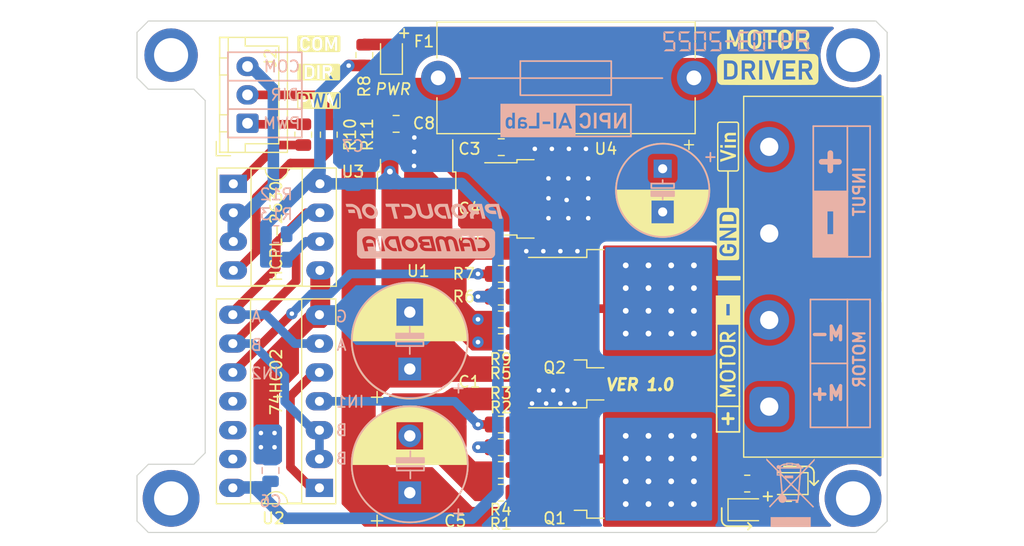
<source format=kicad_pcb>
(kicad_pcb (version 20240108) (generator "pcbnew") (generator_version "8.0")
  (layers (0 "F.Cu" signal) (31 "B.Cu" signal) (34 "B.Paste" user) (35 "F.Paste" user) (36 "B.SilkS" user "B.Silkscreen") (37 "F.SilkS" user "F.Silkscreen") (38 "B.Mask" user) (39 "F.Mask" user) (44 "Edge.Cuts" user))
  (net 0 "")
  (net 1 "VCC")
  (net 2 "GND")
  (net 3 "+5V")
  (net 4 "Net-(D1-Pad2)")
  (net 5 "/PWM")
  (net 6 "/DIR")
  (net 7 "/GND1")
  (net 8 "/M+")
  (net 9 "/M-")
  (net 10 "Net-(Q1-Pad2)")
  (net 11 "Net-(Q1-Pad3)")
  (net 12 "Net-(Q1-Pad5)")
  (net 13 "Net-(Q1-Pad6)")
  (net 14 "Net-(Q2-Pad2)")
  (net 15 "Net-(Q2-Pad3)")
  (net 16 "Net-(Q2-Pad5)")
  (net 17 "Net-(Q2-Pad6)")
  (net 18 "/IN1")
  (net 19 "/IN2")
  (net 20 "Net-(R10-Pad2)")
  (net 21 "Net-(R11-Pad2)")
  (net 22 "/A")
  (net 23 "/B")
  (net 24 "Net-(U2-Pad1)")
  (net 25 "Net-(F1-Pad1)")
  (net 26 "Net-(D2-Pad2)")
  (net 27 "Net-(D3-Pad2)")
  (net 28 "Net-(C4-Pad1)")
  (footprint "my_kicad_silkscreen:motor_driver" (layer "F.Cu") (at 161 89.95)
    (property "Reference" "G***")
    (property "Value" "LOGO" (hide yes))
  )
  (footprint "Package_TO_SOT_SMD:TO-252-2" (layer "F.Cu") (at 130.1 102.5 -90)
    (property "Reference" "U1")
    (property "Value" "LM7805_TO220")
  )
  (footprint "Connector_JST:JST_XH_B3B-XH-A_1x03_P2.50mm_Vertical" (layer "F.Cu") (at 115.225 95.75 90)
    (property "Reference" "J2")
    (property "Value" "Conn_01x03")
  )
  (footprint "Capacitor_THT:CP_Radial_D10.0mm_P5.00mm" (layer "F.Cu") (at 129.5 117.367677 90)
    (property "Reference" "C1")
    (property "Value" "470uF/35V")
  )
  (footprint "MountingHole:MountingHole_2.7mm_M2.5_DIN965_Pad" (layer "F.Cu") (at 108.5 89.75)
    (property "Reference" "REF**")
    (property "Value" "MountingHole_2.7mm_M2.5_DIN965_Pad")
  )
  (footprint "Resistor_SMD:R_0805_2012Metric" (layer "F.Cu") (at 137.525 109)
    (property "Reference" "R7")
    (property "Value" "10k")
  )
  (footprint "Capacitor_SMD:C_0805_2012Metric" (layer "F.Cu") (at 137.55 97.85)
    (property "Reference" "C3")
    (property "Value" "0.1uF")
  )
  (footprint "Package_DIP:DIP-8_W7.62mm_Socket_LongPads" (layer "F.Cu") (at 113.975 101.075)
    (property "Reference" "U3")
    (property "Value" "HCPL-2630")
  )
  (footprint "Resistor_SMD:R_0805_2012Metric" (layer "F.Cu") (at 159.1875 127.45)
    (property "Reference" "R15")
    (property "Value" "4.7k")
  )
  (footprint "MountingHole:MountingHole_2.7mm_M2.5_DIN965_Pad" (layer "F.Cu") (at 108.5 128.75)
    (property "Reference" "REF**")
    (property "Value" "MountingHole_2.7mm_M2.5_DIN965_Pad")
  )
  (footprint "Resistor_SMD:R_0805_2012Metric" (layer "F.Cu") (at 137.525 111)
    (property "Reference" "R6")
    (property "Value" "10k")
  )
  (footprint "Resistor_SMD:R_0805_2012Metric" (layer "F.Cu") (at 137.525 124.25)
    (property "Reference" "R2")
    (property "Value" "10k")
  )
  (footprint "Resistor_SMD:R_0805_2012Metric" (layer "F.Cu") (at 137.525 113)
    (property "Reference" "R5")
    (property "Value" "5.1k")
  )
  (footprint "Capacitor_THT:CP_Radial_D8.0mm_P3.80mm" (layer "F.Cu") (at 151.75 99.747349 -90)
    (property "Reference" "C2")
    (property "Value" "100uF/50V")
  )
  (footprint "Resistor_SMD:R_0805_2012Metric" (layer "F.Cu") (at 137.525 126.25)
    (property "Reference" "R4")
    (property "Value" "5.1k")
  )
  (footprint "Capacitor_SMD:C_0805_2012Metric" (layer "F.Cu") (at 134.75 105.75 -90)
    (property "Reference" "C4")
    (property "Value" "0.1uF")
  )
  (footprint "Resistor_SMD:R_0805_2012Metric" (layer "F.Cu") (at 137.525 115)
    (property "Reference" "R9")
    (property "Value" "1k")
  )
  (footprint "KF7.62_4P:KF7.62_2O" (layer "F.Cu") (at 161.125 116.87 90)
    (property "Reference" "J1")
    (property "Value" "Screw_Terminal_01x04")
  )
  (footprint "MountingHole:MountingHole_2.7mm_M2.5_DIN965_Pad" (layer "F.Cu") (at 168.5 128.75)
    (property "Reference" "REF**")
    (property "Value" "MountingHole_2.7mm_M2.5_DIN965_Pad")
  )
  (footprint "Capacitor_THT:CP_Radial_D10.0mm_P5.00mm" (layer "F.Cu") (at 129.5 128.25 90)
    (property "Reference" "C5")
    (property "Value" "470uF/35V")
  )
  (footprint "Resistor_SMD:R_0805_2012Metric" (layer "F.Cu") (at 137.525 122.25)
    (property "Reference" "R3")
    (property "Value" "10k")
  )
  (footprint "Resistor_SMD:R_0805_2012Metric" (layer "F.Cu") (at 122.375 96.75 -90)
    (property "Reference" "R11")
    (property "Value" "330")
  )
  (footprint "LED_SMD:LED_0805_2012Metric" (layer "F.Cu") (at 162.85 127.45 180)
    (property "Reference" "D3")
    (property "Value" "LED")
  )
  (footprint "Package_TO_SOT_SMD:TO-263-7_TabPin8" (layer "F.Cu") (at 148.025 112.06)
    (property "Reference" "Q2")
    (property "Value" "BTN8982TA")
  )
  (footprint "Resistor_SMD:R_0805_2012Metric" (layer "F.Cu") (at 162.85 129.75)
    (property "Reference" "R14")
    (property "Value" "4.7k")
  )
  (footprint "Resistor_SMD:R_0805_2012Metric" (layer "F.Cu") (at 137.525 128.25)
    (property "Reference" "R1")
    (property "Value" "1k")
  )
  (footprint "Fuse:Fuseholder_Cylinder-5x20mm_Schurter_0031_8201_Horizontal_Open" (layer "F.Cu") (at 154.5 91.75 180)
    (property "Reference" "F1")
    (property "Value" "5A")
  )
  (footprint "Resistor_SMD:R_0805_2012Metric" (layer "F.Cu") (at 125.5 89.75 90)
    (property "Reference" "R8")
    (property "Value" "1k")
  )
  (footprint "MountingHole:MountingHole_2.7mm_M2.5_DIN965_Pad" (layer "F.Cu") (at 168.5 89.75)
    (property "Reference" "REF**")
    (property "Value" "MountingHole_2.7mm_M2.5_DIN965_Pad")
  )
  (footprint "my_kicad_silkscreen:dir_label" (layer "F.Cu") (at 121.5 91.25)
    (property "Reference" "G***")
    (property "Value" "LOGO" (hide yes))
  )
  (footprint "Package_TO_SOT_SMD:TO-263-7_TabPin8" (layer "F.Cu") (at 148.025 125.29)
    (property "Reference" "Q1")
    (property "Value" "BTN8982TA")
  )
  (footprint "LED_SMD:LED_0805_2012Metric" (layer "F.Cu") (at 127.8875 89.75 90)
    (property "Reference" "D1")
    (property "Value" "LED")
  )
  (footprint "Package_TO_SOT_SMD:TO-252-2" (layer "F.Cu") (at 141.4 102.4)
    (property "Reference" "U4")
    (property "Value" "L7812")
  )
  (footprint "Resistor_SMD:R_0805_2012Metric" (layer "F.Cu") (at 120.125 96.75 -90)
    (property "Reference" "R10")
    (property "Value" "330")
  )
  (footprint "my_kicad_silkscreen:gnd_label" (layer "F.Cu") (at 157.5 105.5 90)
    (property "Reference" "G***")
    (property "Value" "LOGO" (hide yes))
  )
  (footprint "my_kicad_silkscreen:pwm_label" (layer "F.Cu") (at 121.5 93.75)
    (property "Reference" "G***")
    (property "Value" "LOGO" (hide yes))
  )
  (footprint "Capacitor_SMD:C_0805_2012Metric" (layer "F.Cu") (at 128.3 95.8)
    (property "Reference" "C8")
    (property "Value" "0.1uF")
  )
  (footprint "Package_DIP:DIP-14_W7.62mm_Socket_LongPads" (layer "F.Cu") (at 121.55 127.83 180)
    (property "Reference" "U2")
    (property "Value" "74HC02")
  )
  (footprint "my_kicad_silkscreen:com_lable" (layer "F.Cu") (at 121.5 88.75)
    (property "Reference" "G***")
    (property "Value" "LOGO" (hide yes))
  )
  (footprint "LED_SMD:LED_0805_2012Metric" (layer "F.Cu") (at 159.1875 129.75)
    (property "Reference" "D2")
    (property "Value" "LED")
  )
  (footprint "my_kicad_silkscreen:Vin_label" (layer "F.Cu") (at 157.5 97.8 90)
    (property "Reference" "G***")
    (property "Value" "LOGO" (hide yes))
  )
  (footprint "Resistor_SMD:R_0805_2012Metric" (layer "B.Cu") (at 117.75 107.75 180)
    (property "Reference" "R13")
    (property "Value" "10k")
  )
  (footprint "my_kicad_silkscreen:date_24_03_22" (layer "B.Cu") (at 158.25 88.5 180)
    (property "Reference" "G***")
    (property "Value" "LOGO" (hide yes))
  )
  (footprint "Symbol:WEEE-Logo_4.2x6mm_SilkScreen" (layer "B.Cu") (at 163 128.25 180)
    (property "Reference" "REF**" (hide yes))
    (property "Value" "WEEE-Logo_4.2x6mm_SilkScreen" (hide yes))
  )
  (footprint "my_kicad_silkscreen:pro_cam_v2" (layer "B.Cu") (at 130.75 105.25 180)
    (property "Reference" "G***")
    (property "Value" "LOGO" (hide yes))
  )
  (footprint "Resistor_SMD:R_0805_2012Metric" (layer "B.Cu") (at 117.75 105.5 180)
    (property "Reference" "R12")
    (property "Value" "10k")
  )
  (footprint "Capacitor_SMD:C_0805_2012Metric" (layer "B.Cu") (at 124.5 100.25 -90)
    (property "Reference" "C7")
    (property "Value" "0.1uF")
  )
  (footprint "my_kicad_silkscreen:npic_ai_lab" (layer "B.Cu") (at 143.25 95.5 180)
    (property "Reference" "G***")
    (property "Value" "LOGO" (hide yes))
  )
  (footprint "Capacitor_SMD:C_0805_2012Metric" (layer "B.Cu") (at 117.25 126.3 90)
    (property "Reference" "C6")
    (property "Value" "0.1uF")
  )
  (gr_line (start 168 111.25) (end 170 111.25) (stroke (width 0.15)) (layer "B.SilkS"))
  (gr_line (start 151.75 102.15) (end 151.75 102.45) (stroke (width 0.15)) (layer "B.SilkS"))
  (gr_line (start 129.5 114.25) (end 129.5 113.65) (stroke (width 0.15)) (layer "B.SilkS"))
  (gr_line (start 164.75 122.5) (end 164.75 111.25) (stroke (width 0.15)) (layer "B.SilkS"))
  (gr_rect (start 128.35 125.2) (end 130.75 125.6) (stroke (width 0.15)) (fill solid) (layer "B.SilkS"))
  (gr_line (start 164.75 111.25) (end 168 111.25) (stroke (width 0.15)) (layer "B.SilkS"))
  (gr_line (start 113.5 97) (end 113.5 89.5) (stroke (width 0.15)) (layer "B.SilkS"))
  (gr_line (start 120 89.5) (end 120 97) (stroke (width 0.15)) (layer "B.SilkS"))
  (gr_line (start 168 96) (end 170 96) (stroke (width 0.15)) (layer "B.SilkS"))
  (gr_line (start 151.75 101.05) (end 151.75 100.75) (stroke (width 0.15)) (layer "B.SilkS"))
  (gr_rect (start 139.225 90.275) (end 147.225 93.275) (stroke (width 0.15)) (fill none) (layer "B.SilkS"))
  (gr_line (start 113.5 92) (end 120 92) (stroke (width 0.15)) (layer "B.SilkS"))
  (gr_rect (start 128.3 114.25) (end 130.7 114.65) (stroke (width 0.15)) (fill solid) (layer "B.SilkS"))
  (gr_circle (center 129.5 125.75) (end 129.5 130.85) (stroke (width 0.15)) (fill none) (layer "B.SilkS"))
  (gr_line (start 170 107.5) (end 168 107.5) (stroke (width 0.15)) (layer "B.SilkS"))
  (gr_line (start 168 107.5) (end 165 107.5) (stroke (width 0.15)) (layer "B.SilkS"))
  (gr_line (start 165 96) (end 168 96) (stroke (width 0.15)) (layer "B.SilkS"))
  (gr_circle (center 129.5 114.85) (end 133.1 118.45) (stroke (width 0.15)) (fill none) (layer "B.SilkS"))
  (gr_line (start 165 101.75) (end 168 101.75) (stroke (width 0.15)) (layer "B.SilkS"))
  (gr_rect (start 150.75 101.75) (end 152.75 102.15) (stroke (width 0.15)) (fill solid) (layer "B.SilkS"))
  (gr_line (start 120 97) (end 113.5 97) (stroke (width 0.15)) (layer "B.SilkS"))
  (gr_line (start 170 111.25) (end 170 122.5) (stroke (width 0.15)) (layer "B.SilkS"))
  (gr_line (start 164.75 116.875) (end 168 116.875) (stroke (width 0.15)) (layer "B.SilkS"))
  (gr_line (start 168 96) (end 168 107.5) (stroke (width 0.15)) (layer "B.SilkS"))
  (gr_line (start 129.55 125.2) (end 129.55 124.6) (stroke (width 0.15)) (layer "B.SilkS"))
  (gr_line (start 168 111.25) (end 168 122.5) (stroke (width 0.15)) (layer "B.SilkS"))
  (gr_line (start 170 122.5) (end 168 122.5) (stroke (width 0.15)) (layer "B.SilkS"))
  (gr_line (start 165 107.5) (end 165 96) (stroke (width 0.15)) (layer "B.SilkS"))
  (gr_line (start 151.725 91.775) (end 134.725 91.775) (stroke (width 0.15)) (layer "B.SilkS"))
  (gr_rect (start 128.35 125.9) (end 130.75 126.3) (stroke (width 0.15)) (fill none) (layer "B.SilkS"))
  (gr_rect (start 150.75 101.05) (end 152.75 101.45) (stroke (width 0.15)) (fill none) (layer "B.SilkS"))
  (gr_line (start 129.5 115.35) (end 129.5 116.05) (stroke (width 0.15)) (layer "B.SilkS"))
  (gr_circle (center 151.75 101.65) (end 151.75 105.75) (stroke (width 0.15)) (fill none) (layer "B.SilkS"))
  (gr_line (start 170 96) (end 170 107.5) (stroke (width 0.15)) (layer "B.SilkS"))
  (gr_line (start 120 92) (end 120 94.5) (stroke (width 0.15)) (layer "B.SilkS"))
  (gr_line (start 120 94.5) (end 113.5 94.5) (stroke (width 0.15)) (layer "B.SilkS"))
  (gr_rect (start 128.3 114.95) (end 130.7 115.35) (stroke (width 0.15)) (fill none) (layer "B.SilkS"))
  (gr_line (start 113.5 89.5) (end 120 89.5) (stroke (width 0.15)) (layer "B.SilkS"))
  (gr_line (start 129.55 126.3) (end 129.55 127) (stroke (width 0.15)) (layer "B.SilkS"))
  (gr_line (start 168 122.5) (end 164.75 122.5) (stroke (width 0.15)) (layer "B.SilkS"))
  (gr_line (start 156.5 122.9) (end 158.5 122.9) (stroke (width 0.15)) (layer "F.SilkS"))
  (gr_line (start 165.060719 126.48801) (end 165.060719 127.58801) (stroke (width 0.15)) (layer "F.SilkS"))
  (gr_rect (start 156.525 109.25) (end 158.525 109.5) (stroke (width 0.15)) (fill solid) (layer "F.SilkS"))
  (gr_line (start 165.060719 127.58801) (end 165.448729 127.2) (stroke (width 0.15)) (layer "F.SilkS"))
  (gr_line (start 158.5 120.65) (end 156.5 120.65) (stroke (width 0.15)) (layer "F.SilkS"))
  (gr_line (start 159.55 131.197718) (end 157.45 131.197718) (stroke (width 0.15)) (layer "F.SilkS"))
  (gr_arc (start 157.5 131.2) (mid 157.11199 131.039281) (end 156.951271 130.651271) (stroke (width 0.15)) (layer "F.SilkS"))
  (gr_line (start 156.5 120.65) (end 156.5 113.4) (stroke (width 0.15)) (layer "F.SilkS"))
  (gr_line (start 158.5 122.9) (end 158.5 120.65) (stroke (width 0.15)) (layer "F.SilkS"))
  (gr_line (start 159.55 131.197718) (end 159.25 130.897718) (stroke (width 0.15)) (layer "F.SilkS"))
  (gr_line (start 157.5 100) (end 157.5 103.3) (stroke (width 0.15)) (layer "F.SilkS"))
  (gr_line (start 156.5 113.4) (end 158.5 113.4) (stroke (width 0.15)) (layer "F.SilkS"))
  (gr_line (start 156.5 120.65) (end 156.5 122.9) (stroke (width 0.15)) (layer "F.SilkS"))
  (gr_line (start 159.55 131.197718) (end 159.25 131.497718) (stroke (width 0.15)) (layer "F.SilkS"))
  (gr_arc (start 164.51199 125.939281) (mid 164.9 126.1) (end 165.060719 126.48801) (stroke (width 0.15)) (layer "F.SilkS"))
  (gr_line (start 165.060719 127.58801) (end 164.7 127.227291) (stroke (width 0.15)) (layer "F.SilkS"))
  (gr_line (start 158.5 113.4) (end 158.5 120.65) (stroke (width 0.15)) (layer "F.SilkS"))
  (gr_line (start 164.51199 125.939281) (end 162.41199 125.939281) (stroke (width 0.15)) (layer "F.SilkS"))
  (gr_line (start 156.946447 129.597718) (end 156.946447 130.697718) (stroke (width 0.15)) (layer "F.SilkS"))
  (gr_line (start 110.5 92.75) (end 111.5 93.75) (stroke (width 0.1)) (layer "Edge.Cuts"))
  (gr_line (start 105.5 91.75) (end 105.5 87.75) (stroke (width 0.1)) (layer "Edge.Cuts"))
  (gr_line (start 106.5 86.75) (end 105.5 87.75) (stroke (width 0.1)) (layer "Edge.Cuts"))
  (gr_line (start 105.5 130.75) (end 105.5 126.75) (stroke (width 0.1)) (layer "Edge.Cuts"))
  (gr_line (start 170.5 131.75) (end 171.5 130.75) (stroke (width 0.1)) (layer "Edge.Cuts"))
  (gr_line (start 110.5 125.75) (end 111.5 124.75) (stroke (width 0.1)) (layer "Edge.Cuts"))
  (gr_line (start 170.5 131.75) (end 106.5 131.75) (stroke (width 0.1)) (layer "Edge.Cuts"))
  (gr_line (start 171.5 87.75) (end 171.5 130.75) (stroke (width 0.1)) (layer "Edge.Cuts"))
  (gr_line (start 105.5 126.75) (end 106.5 125.75) (stroke (width 0.1)) (layer "Edge.Cuts"))
  (gr_line (start 105.5 130.75) (end 106.5 131.75) (stroke (width 0.1)) (layer "Edge.Cuts"))
  (gr_line (start 106.5 86.75) (end 170.5 86.75) (stroke (width 0.1)) (layer "Edge.Cuts"))
  (gr_line (start 105.5 91.75) (end 106.5 92.75) (stroke (width 0.1)) (layer "Edge.Cuts"))
  (gr_line (start 106.5 125.75) (end 110.5 125.75) (stroke (width 0.1)) (layer "Edge.Cuts"))
  (gr_line (start 111.5 124.75) (end 111.5 93.75) (stroke (width 0.1)) (layer "Edge.Cuts"))
  (gr_line (start 110.5 92.75) (end 106.5 92.75) (stroke (width 0.1)) (layer "Edge.Cuts"))
  (gr_line (start 170.5 86.75) (end 171.5 87.75) (stroke (width 0.1)) (layer "Edge.Cuts"))
  (gr_text "DIR" (at 118.5 93.25 0) (layer "B.SilkS") (effects (font (size 1 1)) (justify mirror)))
  (gr_text "B" (at 123.5 125.25 0) (layer "B.SilkS") (effects (font (size 1 1)) (justify mirror)))
  (gr_text "+" (at 133.786291 119 0) (layer "B.SilkS") (effects (font (size 1 1)) (justify mirror)))
  (gr_text "PWM" (at 118.231451 95.75 0) (layer "B.SilkS") (effects (font (size 1 1)) (justify mirror)))
  (gr_text "B" (at 123.5 122.75 0) (layer "B.SilkS") (effects (font (size 1 1)) (justify mirror)))
  (gr_text "B" (at 116 115.25 0) (layer "B.SilkS") (effects (font (size 1 1)) (justify mirror)))
  (gr_text "COM" (at 118.25 90.75 0) (layer "B.SilkS") (effects (font (size 1 1)) (justify mirror)))
  (gr_text "G" (at 123.5 112.75 0) (layer "B.SilkS") (effects (font (size 1 1)) (justify mirror)))
  (gr_text "M+" (at 166.25 119.5 0) (layer "B.SilkS") (effects (font (size 1.2 1.2) (thickness 0.3)) (justify mirror)))
  (gr_text "INPUT" (at 169.05 101.75 90) (layer "B.SilkS") (effects (font (size 1 1) (thickness 0.2)) (justify mirror)))
  (gr_text "MOTOR" (at 169.05 116.5 90) (layer "B.SilkS") (effects (font (size 1 1) (thickness 0.2)) (justify mirror)))
  (gr_text "+" (at 155.95 98.65 0) (layer "B.SilkS") (effects (font (size 1 1)) (justify mirror)))
  (gr_text "+" (at 133.775 130 0) (layer "B.SilkS") (effects (font (size 1 1)) (justify mirror)))
  (gr_text "A" (at 123.5 115.25 0) (layer "B.SilkS") (effects (font (size 1 1)) (justify mirror)))
  (gr_text "IN2" (at 116.75 117.75 0) (layer "B.SilkS") (effects (font (size 1 1)) (justify mirror)))
  (gr_text "M-" (at 166.25 114.25 0) (layer "B.SilkS") (effects (font (size 1.2 1.2) (thickness 0.3)) (justify mirror)))
  (gr_text "IN1" (at 124.25 120.25 0) (layer "B.SilkS") (effects (font (size 1 1)) (justify mirror)))
  (gr_text "+" (at 166.5 99 0) (layer "B.SilkS") (effects (font (size 2 2) (thickness 0.5)) (justify mirror)))
  (gr_text "A" (at 116 112.75 0) (layer "B.SilkS") (effects (font (size 1 1)) (justify mirror)))
  (gr_text "VER 1.0" (at 149.75 118.75 0) (layer "F.SilkS") (effects (font (size 1 1) (thickness 0.25) (italic yes))))
  (gr_text "MOTOR" (at 157.525 116.975 90) (layer "F.SilkS") (effects (font (size 1.2 1.2) (thickness 0.2))))
  (gr_text "PWR" (at 128 92.75 0) (layer "F.SilkS") (effects (font (size 1 1) (thickness 0.15) (italic yes))))
  (gr_text "+" (at 161 128.5 0) (layer "F.SilkS") (effects (font (size 1 1))))
  (gr_text "+" (at 157.5 121.65 0) (layer "F.SilkS") (effects (font (size 1.2 1.2) (thickness 0.25))))
  (gr_text "+" (at 129 87.75 0) (layer "F.SilkS") (effects (font (size 1 1))))
  (segment (start 121.285 112.59) (end 121.55 112.59) (width 1.016) (layer "F.Cu") (net 2))
  (segment (start 121.595 112.545) (end 121.55 112.59) (width 1.27) (layer "F.Cu") (net 2))
  (via (at 141.25 107) (size 1) (drill 0.4) (layers "F.Cu" "B.Cu") (net 2))
  (via (at 142.125 119.25) (size 1) (drill 0.4) (layers "F.Cu" "B.Cu") (net 2))
  (via (at 142.75 120.4) (size 1) (drill 0.4) (layers "F.Cu" "B.Cu") (net 2))
  (via (at 129.9 97) (size 1) (drill 0.4) (layers "F.Cu" "B.Cu") (net 2))
  (via (at 117.6 123) (size 1) (drill 0.4) (layers "F.Cu" "B.Cu") (net 2))
  (via (at 116.4 124.25) (size 1) (drill 0.4) (layers "F.Cu" "B.Cu") (net 2))
  (via (at 141.7 100.6) (size 1) (drill 0.4) (layers "F.Cu" "B.Cu") (net 2))
  (via (at 145 98) (size 1) (drill 0.4) (layers "F.Cu" "B.Cu") (net 2))
  (via (at 145.2 100.6) (size 1) (drill 0.4) (layers "F.Cu" "B.Cu") (net 2))
  (via (at 135.5 113) (size 1) (drill 0.4) (layers "F.Cu" "B.Cu") (net 2))
  (via (at 116.4 123) (size 1) (drill 0.4) (layers "F.Cu" "B.Cu") (net 2))
  (via (at 145.2 102.35) (size 1) (drill 0.4) (layers "F.Cu" "B.Cu") (net 2))
  (via (at 139.75 107) (size 1) (drill 0.4) (layers "F.Cu" "B.Cu") (net 2))
  (via (at 144 120.4) (size 1) (drill 0.4) (layers "F.Cu" "B.Cu") (net 2))
  (via (at 129.875581 99.5) (size 1) (drill 0.4) (layers "F.Cu" "B.Cu") (net 2))
  (via (at 143.375 119.25) (size 1) (drill 0.4) (layers "F.Cu" "B.Cu") (net 2))
  (via (at 145.2 104.1) (size 1) (drill 0.4) (layers "F.Cu" "B.Cu") (net 2))
  (via (at 143.3 102.5) (size 1) (drill 0.4) (layers "F.Cu" "B.Cu") (net 2))
  (via (at 144.25 107) (size 1) (drill 0.4) (layers "F.Cu" "B.Cu") (net 2))
  (via (at 141.7 104.1) (size 1) (drill 0.4) (layers "F.Cu" "B.Cu") (net 2))
  (via (at 143.5 98) (size 1) (drill 0.4) (layers "F.Cu" "B.Cu") (net 2))
  (via (at 140.25 120.4) (size 1) (drill 0.4) (layers "F.Cu" "B.Cu") (net 2))
  (via (at 135.5 115) (size 1) (drill 0.4) (layers "F.Cu" "B.Cu") (net 2))
  (via (at 117.6 124.25) (size 1) (drill 0.4) (layers "F.Cu" "B.Cu") (net 2))
  (via (at 143.45 100.6) (size 1) (drill 0.4) (layers "F.Cu" "B.Cu") (net 2))
  (via (at 129.882558 98.25) (size 1) (drill 0.4) (layers "F.Cu" "B.Cu") (net 2))
  (via (at 142 98) (size 1) (drill 0.4) (layers "F.Cu" "B.Cu") (net 2))
  (via (at 142.75 107) (size 1) (drill 0.4) (layers "F.Cu" "B.Cu") (net 2))
  (via (at 143.45 104.1) (size 1) (drill 0.4) (layers "F.Cu" "B.Cu") (net 2))
  (via (at 141.7 102.35) (size 1) (drill 0.4) (layers "F.Cu" "B.Cu") (net 2))
  (via (at 140.875 119.25) (size 1) (drill 0.4) (layers "F.Cu" "B.Cu") (net 2))
  (via (at 140.5 98) (size 1) (drill 0.4) (layers "F.Cu" "B.Cu") (net 2))
  (via (at 141.5 120.4) (size 1) (drill 0.4) (layers "F.Cu" "B.Cu") (net 2))
  (segment (start 136.6125 111) (end 135.5 111) (width 1.016) (layer "F.Cu") (net 3))
  (segment (start 124.1375 90.6625) (end 124.125 90.675) (width 1.016) (layer "F.Cu") (net 3))
  (segment (start 125.5 90.6625) (end 124.1375 90.6625) (width 1.016) (layer "F.Cu") (net 3))
  (segment (start 136.6125 124.25) (end 135.5 124.25) (width 1.016) (layer "F.Cu") (net 3))
  (via (at 135.5 124.25) (size 1) (drill 0.4) (layers "F.Cu" "B.Cu") (net 3))
  (via (at 135.5 111) (size 1) (drill 0.4) (layers "F.Cu" "B.Cu") (net 3))
  (via (at 124.125 90.675) (size 1) (drill 0.4) (layers "F.Cu" "B.Cu") (net 3))
  (via (at 127.75 100) (size 1.016) (drill 0.508) (layers "F.Cu" "B.Cu") (net 3))
  (segment (start 137.25 122.5) (end 137.25 123.5) (width 1.016) (layer "B.Cu") (net 3))
  (segment (start 119.375 102.125) (end 121.595 99.905) (width 1.016) (layer "B.Cu") (net 3))
  (segment (start 121.595 101.075) (end 121.595 99.345) (width 1.016) (layer "B.Cu") (net 3))
  (segment (start 113.93 127.83) (end 115.83 127.83) (width 1.016) (layer "B.Cu") (net 3))
  (segment (start 124.975 101.075) (end 125 101.05) (width 1.016) (layer "B.Cu") (net 3))
  (segment (start 125 101.05) (end 126.95 101.05) (width 1.016) (layer "B.Cu") (net 3))
  (segment (start 137.25 112.25) (end 137.25 122.5) (width 1.016) (layer "B.Cu") (net 3))
  (segment (start 116.8375 105.5) (end 116.8375 104.6625) (width 1.016) (layer "B.Cu") (net 3))
  (segment (start 121.595 93.205) (end 124.125 90.675) (width 1.016) (layer "B.Cu") (net 3))
  (segment (start 128.55 101.05) (end 134.05 101.05) (width 1.016) (layer "B.Cu") (net 3))
  (segment (start 121.62 101.05) (end 121.595 101.075) (width 1.016) (layer "B.Cu") (net 3))
  (segment (start 137.25 112.25) (end 137.25 111.75) (width 1.016) (layer "B.Cu") (net 3))
  (segment (start 137.25 128.20768) (end 134.95768 130.5) (width 1.016) (layer "B.Cu") (net 3))
  (segment (start 116.8375 104.6625) (end 119.375 102.125) (width 1.016) (layer "B.Cu") (net 3))
  (segment (start 137.25 125.25) (end 137.25 125) (width 1.016) (layer "B.Cu") (net 3))
  (segment (start 137.25 123.5) (end 136.5 124.25) (width 1.016) (layer "B.Cu") (net 3))
  (segment (start 135.5 111) (end 136.5 111) (width 1.016) (layer "B.Cu") (net 3))
  (segment (start 128.55 101.05) (end 127.75 100.25) (width 1.016) (layer "B.Cu") (net 3))
  (segment (start 121.595 99.345) (end 121.595 93.205) (width 1.016) (layer "B.Cu") (net 3))
  (segment (start 134.95768 130.5) (end 118.5 130.5) (width 1.016) (layer "B.Cu") (net 3))
  (segment (start 120.425 101.075) (end 121.595 101.075) (width 1.016) (layer "B.Cu") (net 3))
  (segment (start 116.8 127.75) (end 114.01 127.75) (width 1.016) (layer "B.Cu") (net 3))
  (segment (start 137 124.25) (end 137.25 124.5) (width 1.016) (layer "B.Cu") (net 3))
  (segment (start 127.75 100.25) (end 126.95 101.05) (width 1.016) (layer "B.Cu") (net 3))
  (segment (start 114.01 127.75) (end 113.93 127.83) (width 1.016) (layer "B.Cu") (net 3))
  (segment (start 136.5 111) (end 137 111) (width 1.016) (layer "B.Cu") (net 3))
  (segment (start 137 111) (end 137.25 111.25) (width 1.016) (layer "B.Cu") (net 3))
  (segment (start 137.25 110.25) (end 136.5 111) (width 1.016) (layer "B.Cu") (net 3))
  (segment (start 137.25 124.5) (end 137.25 125.25) (width 1.016) (layer "B.Cu") (net 3))
  (segment (start 115.91 127.75) (end 115.83 127.83) (width 1.016) (layer "B.Cu") (net 3))
  (segment (start 135.5 124.25) (end 136.5 124.25) (width 1.016) (layer "B.Cu") (net 3))
  (segment (start 137.25 110) (end 137.25 110.25) (width 1.016) (layer "B.Cu") (net 3))
  (segment (start 115.83 127.83) (end 116.8 128.8) (width 1.016) (layer "B.Cu") (net 3))
  (segment (start 127.8 101.05) (end 128.55 101.05) (width 1.016) (layer "B.Cu") (net 3))
  (segment (start 121.595 101.075) (end 124.975 101.075) (width 1.016) (layer "B.Cu") (net 3))
  (segment (start 127.75 100) (end 127.75 100.25) (width 1.016) (layer "B.Cu") (net 3))
  (segment (start 137.25 123.5) (end 137.25 124.5) (width 1.016) (layer "B.Cu") (net 3))
  (segment (start 119.375 102.125) (end 120.425 101.075) (width 1.016) (layer "B.Cu") (net 3))
  (segment (start 137.25 125.25) (end 137.25 128.20768) (width 1.016) (layer "B.Cu") (net 3))
  (segment (start 118.5 130.5) (end 116.8 128.8) (width 1.016) (layer "B.Cu") (net 3))
  (segment (start 116.8375 107.75) (end 116.8375 105.5) (width 1.016) (layer "B.Cu") (net 3))
  (segment (start 127.75 100) (end 127.75 101) (width 1.016) (layer "B.Cu") (net 3))
  (segment (start 127.75 101) (end 127.8 101.05) (width 1.016) (layer "B.Cu") (net 3))
  (segment (start 116.8 127.75) (end 116.8 128.8) (width 1.016) (layer "B.Cu") (net 3))
  (segment (start 137.25 111.75) (end 136.5 111) (width 1.016) (layer "B.Cu") (net 3))
  (segment (start 137.25 104.25) (end 137.25 110.25) (width 1.016) (layer "B.Cu") (net 3))
  (segment (start 137.25 110) (end 137.25 111.25) (width 1.016) (layer "B.Cu") (net 3))
  (segment (start 137.25 111.25) (end 137.25 112.25) (width 1.016) (layer "B.Cu") (net 3))
  (segment (start 136.5 124.25) (end 137 124.25) (width 1.016) (layer "B.Cu") (net 3))
  (segment (start 121.595 99.905) (end 121.595 99.345) (width 1.016) (layer "B.Cu") (net 3))
  (segment (start 116.8 127.75) (end 115.91 127.75) (width 1.016) (layer "B.Cu") (net 3))
  (segment (start 134.05 101.05) (end 137.25 104.25) (width 1.016) (layer "B.Cu") (net 3))
  (segment (start 126.95 101.05) (end 127.8 101.05) (width 1.016) (layer "B.Cu") (net 3))
  (segment (start 137.25 125) (end 136.5 124.25) (width 1.016) (layer "B.Cu") (net 3))
  (segment (start 125.525 88.8125) (end 125.5 88.8375) (width 1.016) (layer "F.Cu") (net 4))
  (segment (start 127.8875 88.8125) (end 125.525 88.8125) (width 1.016) (layer "F.Cu") (net 4))
  (segment (start 115.3125 95.8375) (end 115.225 95.75) (width 0.762) (layer "F.Cu") (net 5))
  (segment (start 120.125 95.8375) (end 115.3125 95.8375) (width 0.762) (layer "F.Cu") (net 5))
  (segment (start 122.375 94.5) (end 121.125 93.25) (width 0.762) (layer "F.Cu") (net 6))
  (segment (start 121.125 93.25) (end 115.225 93.25) (width 0.762) (layer "F.Cu") (net 6))
  (segment (start 122.375 95.8375) (end 122.375 94.5) (width 0.762) (layer "F.Cu") (net 6))
  (segment (start 113.975 103.615) (end 115.135 103.615) (width 1.016) (layer "B.Cu") (net 7))
  (segment (start 115.135 103.615) (end 116 102.75) (width 1.016) (layer "B.Cu") (net 7))
  (segment (start 113.975 104.775) (end 113.975 104.975) (width 1.016) (layer "B.Cu") (net 7))
  (segment (start 117.5 92.75) (end 115.5 90.75) (width 1.016) (layer "B.Cu") (net 7))
  (segment (start 115.5 90.75) (end 115.225 90.75) (width 1.016) (layer "B.Cu") (net 7))
  (segment (start 117.5 101.25) (end 117.5 92.75) (width 1.016) (layer "B.Cu") (net 7))
  (segment (start 113.975 104.975) (end 113.975 103.615) (width 1.016) (layer "B.Cu") (net 7))
  (segment (start 116 102.75) (end 117.5 101.25) (width 1.016) (layer "B.Cu") (net 7))
  (segment (start 116 102.75) (end 113.975 104.775) (width 1.016) (layer "B.Cu") (net 7))
  (segment (start 113.975 106.155) (end 113.975 104.975) (width 1.016) (layer "B.Cu") (net 7))
  (segment (start 142.25 125.29) (end 151.4 125.29) (width 0.762) (layer "F.Cu") (net 8))
  (via (at 150.499596 123.25) (size 1.016) (drill 0.508) (layers "F.Cu" "B.Cu") (net 8))
  (via (at 154.499596 123.25) (size 1.016) (drill 0.508) (layers "F.Cu" "B.Cu") (net 8))
  (via (at 154.499596 129.25) (size 1.016) (drill 0.508) (layers "F.Cu" "B.Cu") (net 8))
  (via (at 148.499596 123.25) (size 1.016) (drill 0.508) (layers "F.Cu" "B.Cu") (net 8))
  (via (at 148.499596 129.25) (size 1.016) (drill 0.508) (layers "F.Cu" "B.Cu") (net 8))
  (via (at 152.499596 127.25) (size 1.016) (drill 0.508) (layers "F.Cu" "B.Cu") (net 8))
  (via (at 154.499596 127.25) (size 1.016) (drill 0.508) (layers "F.Cu" "B.Cu") (net 8))
  (via (at 150.499596 125.25) (size 1.016) (drill 0.508) (layers "F.Cu" "B.Cu") (net 8))
  (via (at 148.499596 125.25) (size 1.016) (drill 0.508) (layers "F.Cu" "B.Cu") (net 8))
  (via (at 154.499596 125.25) (size 1.016) (drill 0.508) (layers "F.Cu" "B.Cu") (net 8))
  (via (at 152.499596 123.25) (size 1.016) (drill 0.508) (layers "F.Cu" "B.Cu") (net 8))
  (via (at 150.499596 129.25) (size 1.016) (drill 0.508) (layers "F.Cu" "B.Cu") (net 8))
  (via (at 152.499596 129.25) (size 1.016) (drill 0.508) (layers "F.Cu" "B.Cu") (net 8))
  (via (at 150.499596 127.25) (size 1.016) (drill 0.508) (layers "F.Cu" "B.Cu") (net 8))
  (via (at 148.499596 127.25) (size 1.016) (drill 0.508) (layers "F.Cu" "B.Cu") (net 8))
  (via (at 152.499596 125.25) (size 1.016) (drill 0.508) (layers "F.Cu" "B.Cu") (net 8))
  (segment (start 142.25 112.06) (end 151.4 112.06) (width 0.762) (layer "F.Cu") (net 9))
  (segment (start 160.125 112.06) (end 161.125 113.06) (width 1.016) (layer "F.Cu") (net 9))
  (via (at 152.5 114.25) (size 1.016) (drill 0.508) (layers "F.Cu" "B.Cu") (net 9))
  (via (at 150.5 114.25) (size 1.016) (drill 0.508) (layers "F.Cu" "B.Cu") (net 9))
  (via (at 148.5 110.25) (size 1.016) (drill 0.508) (layers "F.Cu" "B.Cu") (net 9))
  (via (at 154.5 114.25) (size 1.016) (drill 0.508) (layers "F.Cu" "B.Cu") (net 9))
  (via (at 150.5 112.25) (size 1.016) (drill 0.508) (layers "F.Cu" "B.Cu") (net 9))
  (via (at 154.5 112.25) (size 1.016) (drill 0.508) (layers "F.Cu" "B.Cu") (net 9))
  (via (at 148.5 112.25) (size 1.016) (drill 0.508) (layers "F.Cu" "B.Cu") (net 9))
  (via (at 152.5 112.25) (size 1.016) (drill 0.508) (layers "F.Cu" "B.Cu") (net 9))
  (via (at 150.5 108.25) (size 1.016) (drill 0.508) (layers "F.Cu" "B.Cu") (net 9))
  (via (at 150.5 110.25) (size 1.016) (drill 0.508) (layers "F.Cu" "B.Cu") (net 9))
  (via (at 152.5 110.25) (size 1.016) (drill 0.508) (layers "F.Cu" "B.Cu") (net 9))
  (via (at 148.5 108.25) (size 1.016) (drill 0.508) (layers "F.Cu" "B.Cu") (net 9))
  (via (at 152.5 108.25) (size 1.016) (drill 0.508) (layers "F.Cu" "B.Cu") (net 9))
  (via (at 154.5 110.25) (size 1.016) (drill 0.508) (layers "F.Cu" "B.Cu") (net 9))
  (via (at 148.5 114.25) (size 1.016) (drill 0.508) (layers "F.Cu" "B.Cu") (net 9))
  (via (at 154.5 108.25) (size 1.016) (drill 0.508) (layers "F.Cu" "B.Cu") (net 9))
  (segment (start 138.9375 122.75) (end 138.4375 122.25) (width 0.762) (layer "F.Cu") (net 10))
  (segment (start 142.25 122.75) (end 138.9375 122.75) (width 0.762) (layer "F.Cu") (net 10))
  (segment (start 138.6675 124.02) (end 138.4375 124.25) (width 0.762) (layer "F.Cu") (net 11))
  (segment (start 142.25 124.02) (end 138.6675 124.02) (width 0.762) (layer "F.Cu") (net 11))
  (segment (start 138.7475 126.56) (end 138.4375 126.25) (width 0.762) (layer "F.Cu") (net 12))
  (segment (start 142.25 126.56) (end 138.7475 126.56) (width 0.762) (layer "F.Cu") (net 12))
  (segment (start 142.25 127.83) (end 138.8575 127.83) (width 0.762) (layer "F.Cu") (net 13))
  (segment (start 138.8575 127.83) (end 138.4375 128.25) (width 0.762) (layer "F.Cu") (net 13))
  (segment (start 142.25 109.52) (end 138.9575 109.52) (width 0.762) (layer "F.Cu") (net 14))
  (segment (start 138.9575 109.52) (end 138.4375 109) (width 0.762) (layer "F.Cu") (net 14))
  (segment (start 142.25 110.79) (end 138.6475 110.79) (width 0.762) (layer "F.Cu") (net 15))
  (segment (start 138.6475 110.79) (end 138.4375 111) (width 0.762) (layer "F.Cu") (net 15))
  (segment (start 142.25 113.33) (end 138.7675 113.33) (width 0.762) (layer "F.Cu") (net 16))
  (segment (start 138.7675 113.33) (end 138.4375 113) (width 0.762) (layer "F.Cu") (net 16))
  (segment (start 138.8375 114.6) (end 138.4375 115) (width 0.762) (layer "F.Cu") (net 17))
  (segment (start 142.25 114.6) (end 138.8375 114.6) (width 0.762) (layer "F.Cu") (net 17))
  (segment (start 135.5 122.25) (end 136.6125 122.25) (width 0.762) (layer "F.Cu") (net 18))
  (via (at 135.5 122.25) (size 1) (drill 0.4) (layers "F.Cu" "B.Cu") (net 18))
  (segment (start 121.55 120.21) (end 133.46 120.21) (width 0.762) (layer "B.Cu") (net 18))
  (segment (start 133.46 120.21) (end 135.5 122.25) (width 0.762) (layer "B.Cu") (net 18))
  (segment (start 119.125 112.5) (end 113.955 117.67) (width 0.762) (layer "F.Cu") (net 19))
  (segment (start 136.6125 109) (end 135.5 109) (width 0.762) (layer "F.Cu") (net 19))
  (segment (start 113.93 117.67) (end 113.955 117.67) (width 0.762) (layer "F.Cu") (net 19))
  (via (at 135.5 109) (size 1) (drill 0.4) (layers "F.Cu" "B.Cu") (net 19))
  (via (at 119.125 112.5) (size 1) (drill 0.4) (layers "F.Cu" "B.Cu") (net 19))
  (segment (start 120.85 110.75) (end 122.5 110.75) (width 0.762) (layer "B.Cu") (net 19))
  (segment (start 122.5 110.75) (end 124.25 109) (width 0.762) (layer "B.Cu") (net 19))
  (segment (start 124.25 109) (end 135.5 109) (width 0.762) (layer "B.Cu") (net 19))
  (segment (start 119.125 112.475) (end 120.85 110.75) (width 0.762) (layer "B.Cu") (net 19))
  (segment (start 119.125 112.5) (end 119.125 112.475) (width 0.762) (layer "B.Cu") (net 19))
  (segment (start 114.425 101.075) (end 113.975 101.075) (width 0.762) (layer "F.Cu") (net 20))
  (segment (start 117.8375 97.6625) (end 114.425 101.075) (width 0.762) (layer "F.Cu") (net 20))
  (segment (start 120.125 97.6625) (end 117.8375 97.6625) (width 0.762) (layer "F.Cu") (net 20))
  (segment (start 114.305 108.695) (end 113.975 108.695) (width 0.762) (layer "F.Cu") (net 21))
  (segment (start 116 107) (end 114.305 108.695) (width 0.762) (layer "F.Cu") (net 21))
  (segment (start 116 102.25) (end 116 107) (width 0.762) (layer "F.Cu") (net 21))
  (segment (start 121.375 99.25) (end 119 99.25) (width 0.762) (layer "F.Cu") (net 21))
  (segment (start 119 99.25) (end 116 102.25) (width 0.762) (layer "F.Cu") (net 21))
  (segment (start 122.375 98.25) (end 121.375 99.25) (width 0.762) (layer "F.Cu") (net 21))
  (segment (start 113.93 112.59) (end 113.93 112.32) (width 0.762) (layer "F.Cu") (net 22))
  (segment (start 120.385 103.615) (end 121.595 103.615) (width 0.762) (layer "F.Cu") (net 22))
  (segment (start 117.75 106.25) (end 120.385 103.615) (width 0.762) (layer "F.Cu") (net 22))
  (segment (start 117.75 108.5) (end 117.75 106.25) (width 0.762) (layer "F.Cu") (net 22))
  (segment (start 113.93 112.32) (end 117.75 108.5) (width 0.762) (layer "F.Cu") (net 22))
  (segment (start 121.585 103.625) (end 121.595 103.615) (width 0.762) (layer "B.Cu") (net 22))
  (segment (start 120.5475 103.615) (end 118.6625 105.5) (width 0.762) (layer "B.Cu") (net 22))
  (segment (start 121.595 103.615) (end 120.5475 103.615) (width 0.762) (layer "B.Cu") (net 22))
  (segment (start 116.84 112.59) (end 119.38 115.13) (width 0.762) (layer "B.Cu") (net 22))
  (segment (start 119.38 115.13) (end 121.55 115.13) (width 0.762) (layer "B.Cu") (net 22))
  (segment (start 113.93 112.59) (end 116.84 112.59) (width 0.762) (layer "B.Cu") (net 22))
  (segment (start 119.5 109.625) (end 119.5 107) (width 0.762) (layer "F.Cu") (net 23))
  (segment (start 113.995 115.13) (end 119.5 109.625) (width 0.762) (layer "F.Cu") (net 23))
  (segment (start 113.93 115.13) (end 113.995 115.13) (width 0.762) (layer "F.Cu") (net 23))
  (segment (start 119.5 107) (end 120.345 106.155) (width 0.762) (layer "F.Cu") (net 23))
  (segment (start 120.345 106.155) (end 121.595 106.155) (width 0.762) (layer "F.Cu") (net 23))
  (segment (start 115.63 115.13) (end 118.5 118) (width 0.762) (layer "B.Cu") (net 23))
  (segment (start 118.5 118) (end 118.5 120.25) (width 0.762) (layer "B.Cu") (net 23))
  (segment (start 118.6625 107.75) (end 118.75 107.75) (width 0.762) (layer "B.Cu") (net 23))
  (segment (start 118.5 120.25) (end 121 122.75) (width 0.762) (layer "B.Cu") (net 23))
  (segment (start 120.345 106.155) (end 121.595 106.155) (width 0.762) (layer "B.Cu") (net 23))
  (segment (start 113.93 115.13) (end 115.63 115.13) (width 0.762) (layer "B.Cu") (net 23))
  (segment (start 121 122.75) (end 121.55 122.75) (width 0.762) (layer "B.Cu") (net 23))
  (segment (start 118.75 107.75) (end 120.345 106.155) (width 0.762) (layer "B.Cu") (net 23))
  (segment (start 121.55 122.75) (end 121.55 125.29) (width 0.762) (layer "B.Cu") (net 23))
  (segment (start 121.59 106.15) (end 121.595 106.155) (width 0.762) (layer "B.Cu") (net 23))
  (segment (start 121.55 127.83) (end 120.83 127.83) (width 0.762) (layer "F.Cu") (net 24))
  (segment (start 121.08 117.67) (end 119 119.75) (width 0.762) (layer "F.Cu") (net 24))
  (segment (start 119 126) (end 119 119.75) (width 0.762) (layer "F.Cu") (net 24))
  (segment (start 121.55 117.67) (end 121.08 117.67) (width 0.762) (layer "F.Cu") (net 24))
  (segment (start 120.83 127.83) (end 119 126) (width 0.762) (layer "F.Cu") (net 24))
  (segment (start 160.125 129.75) (end 161.9375 129.75) (width 1.016) (layer "F.Cu") (net 26))
  (segment (start 160.1 127.45) (end 161.9125 127.45) (width 1.016) (layer "F.Cu") (net 27))
  (zone (net 3) (net_name "+5V") (layer "F.Cu") (priority 2) (connect_pads yes (clearance 0.508)) (min_thickness 0.254) (fill yes (thermal_gap 0.508) (thermal_bridge_width 0.508))
    (polygon (pts (xy 128 95.25) (xy 128 96.5) (xy 128.5 97) (xy 128.5 100.25) (xy 128.25 100.5) (xy 127.25 100.5) (xy 127 100.25) (xy 127 95.25) (xy 127.25 95) (xy 127.75 95)))
  )
  (zone (net 0) (net_name "") (layer "F.Cu") (connect_pads yes (clearance 0)) (min_thickness 0.254)
    (keepout (tracks not_allowed) (vias not_allowed) (pads not_allowed) (copperpour not_allowed) (footprints allowed))
    (fill (thermal_gap 0.508) (thermal_bridge_width 0.508))
    (polygon (pts (xy 135 112) (xy 137.75 112) (xy 137.75 115.75) (xy 137.25 115.75) (xy 137.25 112.25) (xy 135.25 112.25) (xy 134.5 111.5) (xy 134.5 108.5) (xy 135.25 107.75) (xy 139 107.75) (xy 139.75 108.5) (xy 139.25 108.5) (xy 139.25 108.25) (xy 135 108.25)))
  )
  (zone (net 28) (net_name "Net-(C4-Pad1)") (layer "F.Cu") (priority 9) (connect_pads yes (clearance 0.254)) (min_thickness 0.254) (fill yes (thermal_gap 0.508) (thermal_bridge_width 0.508))
    (polygon (pts (xy 133.75 97.25) (xy 133.75 98.25) (xy 135.25 99.75) (xy 135.25 100.75) (xy 136.75 102.25) (xy 138 102.25) (xy 138.75 103) (xy 138.75 104.5) (xy 138 105.25) (xy 134.25 105.25) (xy 133.75 104.75) (xy 133.75 101) (xy 132.25 99.5) (xy 131.75 99.5) (xy 131.25 99) (xy 131.25 97.25) (xy 131.75 96.75) (xy 133.25 96.75)))
  )
  (zone (net 1) (net_name "VCC") (layer "F.Cu") (priority 1) (connect_pads yes (clearance 0.508)) (min_thickness 0.254) (fill yes (thermal_gap 0.508) (thermal_bridge_width 0.508))
    (polygon (pts (xy 155.5 97.5) (xy 155.5 101) (xy 154.5 102) (xy 150.25 102) (xy 149 100.75) (xy 149 99.25) (xy 146.25 96.5) (xy 138 96.5) (xy 137.5 97) (xy 137.5 100.5) (xy 137.25 100.75) (xy 136 100.75) (xy 135.75 100.5) (xy 135.75 99.5) (xy 134.25 98) (xy 134.25 97) (xy 133.5 96.25) (xy 131.5 96.25) (xy 129.75 94.5) (xy 126.75 94.5) (xy 126.25 95) (xy 126.25 96.5) (xy 126.5 96.75) (xy 126.5 113) (xy 128 114.5) (xy 133 114.5) (xy 134.75 116.25) (xy 139 116.25) (xy 139.75 115.5) (xy 144.5 115.5) (xy 144.75 115.75) (xy 144.75 117.5) (xy 144.25 118) (xy 140.25 118) (xy 139.75 118.5) (xy 133 118.5) (xy 132.25 119) (xy 127.75 119) (xy 126.5 120.25) (xy 126.5 124.75) (xy 127.75 126) (xy 131.5 126) (xy 135 129.5) (xy 139 129.5) (xy 139.75 128.75) (xy 144.5 128.75) (xy 144.75 129) (xy 144.75 131) (xy 144.5 131.25) (xy 125.5 131.25) (xy 123.5 129.25) (xy 123.5 98.75) (xy 123.75 98.5) (xy 123.75 92.55) (xy 124.75 91.75) (xy 149.75 91.75)))
  )
  (zone (net 2) (net_name "GND") (layer "F.Cu") (connect_pads yes (clearance 0.508)) (min_thickness 0.254) (fill yes (thermal_gap 0.508) (thermal_bridge_width 0.508))
    (polygon (pts (xy 128.5 90) (xy 131.25 87.25) (xy 171 87.25) (xy 171 131.25) (xy 123.5 131.25) (xy 123.5 91.25) (xy 127.25 91.25) (xy 127.25 90.25) (xy 127.5 90)))
    (polygon (pts (xy 126.25 94.75) (xy 126.25 101) (xy 128.5 101) (xy 129 100.5) (xy 129 96.75) (xy 128.75 96.5) (xy 128.75 95) (xy 130.75 95) (xy 130.75 99.25) (xy 132.75 101.25) (xy 133.75 101.25) (xy 133.75 94.75)))
  )
  (zone (net 9) (net_name "/M-") (layer "F.Cu") (priority 6) (connect_pads yes (clearance 0.508)) (min_thickness 0.254) (fill yes (thermal_gap 0.508) (thermal_bridge_width 0.508))
    (polygon (pts (xy 163 131.25) (xy 163 126) (xy 164.5 124.5) (xy 164.5 119.25) (xy 162.75 117.5) (xy 158.25 117.5) (xy 156.5 119.25) (xy 146.5 119.25) (xy 146.5 106.5) (xy 156.5 106.5) (xy 158.25 108.25) (xy 167.75 108.25) (xy 171 111.5) (xy 171 131.25)))
  )
  (zone (net 0) (net_name "") (layer "F.Cu") (connect_pads yes (clearance 0)) (min_thickness 0.254)
    (keepout (tracks not_allowed) (vias not_allowed) (pads not_allowed) (copperpour not_allowed) (footprints allowed))
    (fill (thermal_gap 0.508) (thermal_bridge_width 0.508))
    (polygon (pts (xy 139.75 121.75) (xy 139.5 121.75) (xy 139.5 125.5) (xy 135.25 125.5) (xy 134.5 124.75) (xy 134.5 121.75) (xy 135.25 121) (xy 139 121)))
  )
  (zone (net 0) (net_name "") (layer "F.Cu") (connect_pads yes (clearance 0)) (min_thickness 0.254)
    (keepout (tracks not_allowed) (vias not_allowed) (pads not_allowed) (copperpour not_allowed) (footprints allowed))
    (fill (thermal_gap 0.508) (thermal_bridge_width 0.508))
    (polygon (pts (xy 133.75 105.25) (xy 138.75 105.25) (xy 138.75 99.25) (xy 138.25 99.25) (xy 138.25 99) (xy 138.75 99) (xy 139.25 99.5) (xy 139.25 105) (xy 138.25 105.8) (xy 134 105.8) (xy 133.25 105) (xy 133.25 101.25) (xy 133.75 101.25)))
  )
  (zone (net 0) (net_name "") (layer "F.Cu") (connect_pads yes (clearance 0)) (min_thickness 0.254)
    (keepout (tracks not_allowed) (vias not_allowed) (pads not_allowed) (copperpour not_allowed) (footprints allowed))
    (fill (thermal_gap 0.508) (thermal_bridge_width 0.508))
    (polygon (pts (xy 147.75 106.5) (xy 146.25 106.5) (xy 146.25 111.25) (xy 144.75 111.25) (xy 144.75 107.5) (xy 146.25 106) (xy 147.75 106)))
  )
  (zone (net 0) (net_name "") (layer "F.Cu") (connect_pads yes (clearance 0)) (min_thickness 0.254)
    (keepout (tracks not_allowed) (vias not_allowed) (pads not_allowed) (copperpour not_allowed) (footprints allowed))
    (fill (thermal_gap 0.508) (thermal_bridge_width 0.508))
    (polygon (pts (xy 137.75 129) (xy 137.25 129) (xy 137.25 125.5) (xy 137.75 125.5)))
  )
  (zone (net 0) (net_name "") (layer "F.Cu") (connect_pads yes (clearance 0)) (min_thickness 0.254)
    (keepout (tracks not_allowed) (vias not_allowed) (pads not_allowed) (copperpour not_allowed) (footprints allowed))
    (fill (thermal_gap 0.508) (thermal_bridge_width 0.508))
    (polygon (pts (xy 146 112.75) (xy 146 124.5) (xy 144.75 124.5) (xy 144.75 119) (xy 144.25 118.5) (xy 144.25 118) (xy 145 118) (xy 145 112.75)))
  )
  (zone (net 2) (net_name "GND") (layer "F.Cu") (connect_pads yes (clearance 0.254)) (min_thickness 0.254) (fill yes (thermal_gap 0.508) (thermal_bridge_width 0.508))
    (polygon (pts (xy 118 122.25) (xy 118.25 122.5) (xy 118.25 125.5) (xy 118 125.75) (xy 116 125.75) (xy 115.75 125.5) (xy 115.75 117) (xy 120.75 112) (xy 120.75 108.25) (xy 122.5 108.25) (xy 122.5 113.25) (xy 122 113.75) (xy 121 113.75) (xy 119.75 115) (xy 119.75 117.75) (xy 118 119.5)))
  )
  (zone (net 8) (net_name "/M+") (layer "F.Cu") (priority 6) (connect_pads yes (clearance 0.254)) (min_thickness 0.254) (fill yes (thermal_gap 0.508) (thermal_bridge_width 0.508))
    (polygon (pts (xy 162.5 125.75) (xy 159.75 125.75) (xy 159 126.5) (xy 159 130.75) (xy 158.5 131.25) (xy 146.5 131.25) (xy 146.5 119.75) (xy 156.75 119.75) (xy 158.5 118) (xy 162.5 118) (xy 164 119.5) (xy 164 124.25)))
  )
  (zone (net 25) (net_name "Net-(F1-Pad1)") (layer "F.Cu") (priority 1) (connect_pads yes (clearance 0.254)) (min_thickness 0.254) (fill yes (thermal_gap 0.508) (thermal_bridge_width 0.508))
    (polygon (pts (xy 161 94.25) (xy 162 94.25) (xy 164 96.25) (xy 164 98.25) (xy 161.5 100.75) (xy 158.5 100.75) (xy 156 98.25) (xy 156 97.25) (xy 152 93.25) (xy 152 91.25) (xy 153.25 90) (xy 156.75 90)))
  )
  (zone (net 9) (net_name "/M-") (layer "B.Cu") (priority 6) (connect_pads yes (clearance 0.254)) (min_thickness 0.254) (fill yes (thermal_gap 0.508) (thermal_bridge_width 0.508))
    (polygon (pts (xy 156.1 115.71) (xy 146.7 115.71) (xy 146.7 106.66) (xy 156.1 106.66)))
  )
  (zone (net 8) (net_name "/M+") (layer "B.Cu") (priority 5) (connect_pads yes (clearance 0.254)) (min_thickness 0.254) (fill yes (thermal_gap 0.508) (thermal_bridge_width 0.508))
    (polygon (pts (xy 156.099596 130.71) (xy 146.699596 130.71) (xy 146.699596 121.66) (xy 156.099596 121.66)))
  )
  (zone (net 2) (net_name "GND") (layer "B.Cu") (connect_pads yes (clearance 0.508)) (min_thickness 0.254) (fill yes (thermal_gap 0.508) (thermal_bridge_width 0.508))
    (polygon (pts (xy 132.25 111.25) (xy 132.25 114) (xy 131 115.25) (xy 124.75 115.25) (xy 123 113.5) (xy 121 113.5) (xy 120.5 113) (xy 120.5 112.25) (xy 121 111.75) (xy 123 111.75) (xy 124.75 110) (xy 131 110)))
  )
  (zone (net 2) (net_name "GND") (layer "B.Cu") (connect_pads yes (clearance 0.508)) (min_thickness 0.254) (fill yes (thermal_gap 0.508) (thermal_bridge_width 0.508))
    (polygon (pts (xy 129 87.25) (xy 171 87.25) (xy 171 131.25) (xy 135.25 131.25) (xy 135.25 121.5) (xy 136.25 121.5) (xy 136.25 102.75) (xy 135.5 102) (xy 123.75 102) (xy 123.75 99.75) (xy 123.25 99.75) (xy 122.75 99.25) (xy 122.75 93.5)))
  )
  (zone (net 2) (net_name "GND") (layer "B.Cu") (connect_pads yes (clearance 0.254)) (min_thickness 0.254) (fill yes (thermal_gap 0.508) (thermal_bridge_width 0.508))
    (polygon (pts (xy 118.25 122.5) (xy 118.25 125.5) (xy 118 125.75) (xy 116 125.75) (xy 115.75 125.5) (xy 115.75 122.5) (xy 116 122.25) (xy 118 122.25)))
  )
  (zone (net 0) (net_name "") (layer "B.SilkS") (connect_pads yes (clearance 0.254)) (min_thickness 0.254) (fill yes (thermal_gap 0.508) (thermal_bridge_width 0.508))
    (polygon (pts (xy 168 107.5) (xy 165 107.5) (xy 165 101.75) (xy 168 101.75)))
    (polygon (pts (xy 166.25 103.5) (xy 166.25 105.5) (xy 166.75 105.5) (xy 166.75 103.5)))
  )
  (zone (net 0) (net_name "") (layer "F.SilkS") (connect_pads (clearance 0)) (min_thickness 0) (fill yes (thermal_gap 0.508) (thermal_bridge_width 0.508))
    (polygon (pts (xy 158.575 113.4) (xy 156.425 113.4) (xy 156.425 110.9) (xy 158.575 110.9)))
    (polygon (pts (xy 157.35 111.65) (xy 157.35 112.65) (xy 157.65 112.65) (xy 157.65 111.65)))
  )
)
</source>
